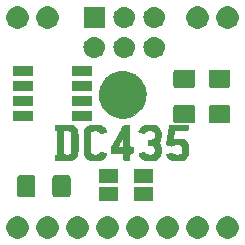
<source format=gbr>
G04 #@! TF.GenerationSoftware,KiCad,Pcbnew,(5.1.2-1)-1*
G04 #@! TF.CreationDate,2019-09-06T23:38:15-06:00*
G04 #@! TF.ProjectId,DC435,44433433-352e-46b6-9963-61645f706362,rev?*
G04 #@! TF.SameCoordinates,Original*
G04 #@! TF.FileFunction,Soldermask,Bot*
G04 #@! TF.FilePolarity,Negative*
%FSLAX46Y46*%
G04 Gerber Fmt 4.6, Leading zero omitted, Abs format (unit mm)*
G04 Created by KiCad (PCBNEW (5.1.2-1)-1) date 2019-09-06 23:38:15*
%MOMM*%
%LPD*%
G04 APERTURE LIST*
%ADD10C,0.010000*%
%ADD11C,0.100000*%
G04 APERTURE END LIST*
D10*
G36*
X150165907Y-83464826D02*
G01*
X150415624Y-83516693D01*
X150668664Y-83604156D01*
X150911187Y-83718989D01*
X150952370Y-83744390D01*
X151010305Y-83784572D01*
X151078136Y-83834234D01*
X151149004Y-83888080D01*
X151216052Y-83940811D01*
X151272424Y-83987127D01*
X151311261Y-84021732D01*
X151325707Y-84039279D01*
X151337782Y-84058890D01*
X151368884Y-84097423D01*
X151404458Y-84137836D01*
X151470157Y-84212145D01*
X151521951Y-84277223D01*
X151567478Y-84344250D01*
X151614370Y-84424406D01*
X151666263Y-84521232D01*
X151762209Y-84724290D01*
X151831238Y-84914862D01*
X151871637Y-85088082D01*
X151875539Y-85115496D01*
X151880362Y-85179250D01*
X151882931Y-85270908D01*
X151883159Y-85380097D01*
X151880956Y-85496444D01*
X151879211Y-85546817D01*
X151869870Y-85708395D01*
X151854125Y-85843441D01*
X151828991Y-85963614D01*
X151791479Y-86080568D01*
X151738604Y-86205959D01*
X151678775Y-86329020D01*
X151629726Y-86423934D01*
X151587292Y-86499120D01*
X151544517Y-86564621D01*
X151494443Y-86630478D01*
X151430113Y-86706735D01*
X151369427Y-86775556D01*
X151185637Y-86953880D01*
X150974128Y-87106734D01*
X150734317Y-87234469D01*
X150465619Y-87337430D01*
X150386116Y-87361583D01*
X150311425Y-87380199D01*
X150231512Y-87393395D01*
X150136765Y-87402240D01*
X150017568Y-87407802D01*
X149954795Y-87409486D01*
X149837348Y-87411467D01*
X149748107Y-87410721D01*
X149676985Y-87406363D01*
X149613891Y-87397511D01*
X149548738Y-87383278D01*
X149494719Y-87369157D01*
X149244771Y-87291261D01*
X149027082Y-87201186D01*
X148836798Y-87096375D01*
X148669066Y-86974273D01*
X148564462Y-86879119D01*
X148381391Y-86676379D01*
X148231290Y-86462244D01*
X148111135Y-86231216D01*
X148017899Y-85977794D01*
X147970607Y-85799793D01*
X147939593Y-85595524D01*
X147934940Y-85375847D01*
X147955603Y-85152164D01*
X148000536Y-84935878D01*
X148067797Y-84740474D01*
X148167679Y-84527234D01*
X148268914Y-84350639D01*
X148372488Y-84208995D01*
X148387663Y-84191366D01*
X148439520Y-84131182D01*
X148480073Y-84081730D01*
X148503714Y-84049977D01*
X148507474Y-84042562D01*
X148521558Y-84026266D01*
X148559806Y-83991563D01*
X148616213Y-83943709D01*
X148678093Y-83893295D01*
X148893571Y-83743347D01*
X149127951Y-83621571D01*
X149374889Y-83530249D01*
X149628042Y-83471663D01*
X149881065Y-83448097D01*
X149916455Y-83447722D01*
X150165907Y-83464826D01*
X150165907Y-83464826D01*
G37*
X150165907Y-83464826D02*
X150415624Y-83516693D01*
X150668664Y-83604156D01*
X150911187Y-83718989D01*
X150952370Y-83744390D01*
X151010305Y-83784572D01*
X151078136Y-83834234D01*
X151149004Y-83888080D01*
X151216052Y-83940811D01*
X151272424Y-83987127D01*
X151311261Y-84021732D01*
X151325707Y-84039279D01*
X151337782Y-84058890D01*
X151368884Y-84097423D01*
X151404458Y-84137836D01*
X151470157Y-84212145D01*
X151521951Y-84277223D01*
X151567478Y-84344250D01*
X151614370Y-84424406D01*
X151666263Y-84521232D01*
X151762209Y-84724290D01*
X151831238Y-84914862D01*
X151871637Y-85088082D01*
X151875539Y-85115496D01*
X151880362Y-85179250D01*
X151882931Y-85270908D01*
X151883159Y-85380097D01*
X151880956Y-85496444D01*
X151879211Y-85546817D01*
X151869870Y-85708395D01*
X151854125Y-85843441D01*
X151828991Y-85963614D01*
X151791479Y-86080568D01*
X151738604Y-86205959D01*
X151678775Y-86329020D01*
X151629726Y-86423934D01*
X151587292Y-86499120D01*
X151544517Y-86564621D01*
X151494443Y-86630478D01*
X151430113Y-86706735D01*
X151369427Y-86775556D01*
X151185637Y-86953880D01*
X150974128Y-87106734D01*
X150734317Y-87234469D01*
X150465619Y-87337430D01*
X150386116Y-87361583D01*
X150311425Y-87380199D01*
X150231512Y-87393395D01*
X150136765Y-87402240D01*
X150017568Y-87407802D01*
X149954795Y-87409486D01*
X149837348Y-87411467D01*
X149748107Y-87410721D01*
X149676985Y-87406363D01*
X149613891Y-87397511D01*
X149548738Y-87383278D01*
X149494719Y-87369157D01*
X149244771Y-87291261D01*
X149027082Y-87201186D01*
X148836798Y-87096375D01*
X148669066Y-86974273D01*
X148564462Y-86879119D01*
X148381391Y-86676379D01*
X148231290Y-86462244D01*
X148111135Y-86231216D01*
X148017899Y-85977794D01*
X147970607Y-85799793D01*
X147939593Y-85595524D01*
X147934940Y-85375847D01*
X147955603Y-85152164D01*
X148000536Y-84935878D01*
X148067797Y-84740474D01*
X148167679Y-84527234D01*
X148268914Y-84350639D01*
X148372488Y-84208995D01*
X148387663Y-84191366D01*
X148439520Y-84131182D01*
X148480073Y-84081730D01*
X148503714Y-84049977D01*
X148507474Y-84042562D01*
X148521558Y-84026266D01*
X148559806Y-83991563D01*
X148616213Y-83943709D01*
X148678093Y-83893295D01*
X148893571Y-83743347D01*
X149127951Y-83621571D01*
X149374889Y-83530249D01*
X149628042Y-83471663D01*
X149881065Y-83448097D01*
X149916455Y-83447722D01*
X150165907Y-83464826D01*
G36*
X154617633Y-87990942D02*
G01*
X154671489Y-87990968D01*
X154862781Y-87991102D01*
X155019232Y-87991598D01*
X155144340Y-87992595D01*
X155241604Y-87994230D01*
X155314520Y-87996644D01*
X155366587Y-87999974D01*
X155401303Y-88004361D01*
X155422165Y-88009942D01*
X155432673Y-88016857D01*
X155435310Y-88021290D01*
X155442782Y-88060955D01*
X155446807Y-88124718D01*
X155447660Y-88202325D01*
X155445614Y-88283527D01*
X155440943Y-88358072D01*
X155433920Y-88415708D01*
X155424818Y-88446184D01*
X155423942Y-88447209D01*
X155404367Y-88454689D01*
X155360447Y-88460555D01*
X155289409Y-88464923D01*
X155188478Y-88467911D01*
X155054883Y-88469635D01*
X154885849Y-88470212D01*
X154878044Y-88470213D01*
X154355150Y-88470213D01*
X154323497Y-88518522D01*
X154298703Y-88572675D01*
X154275029Y-88652028D01*
X154255442Y-88743481D01*
X154242904Y-88833940D01*
X154239921Y-88887772D01*
X154232234Y-88959422D01*
X154214212Y-89029105D01*
X154210493Y-89038679D01*
X154190656Y-89086638D01*
X154184439Y-89112290D01*
X154192012Y-89129232D01*
X154211862Y-89149372D01*
X154228601Y-89160442D01*
X154256991Y-89168510D01*
X154302442Y-89174013D01*
X154370364Y-89177387D01*
X154466166Y-89179068D01*
X154585294Y-89179496D01*
X154709095Y-89179758D01*
X154801878Y-89181084D01*
X154870966Y-89184289D01*
X154923680Y-89190184D01*
X154967341Y-89199582D01*
X155009271Y-89213297D01*
X155055771Y-89231721D01*
X155198861Y-89308049D01*
X155312280Y-89408006D01*
X155397331Y-89533153D01*
X155455315Y-89685047D01*
X155464364Y-89721318D01*
X155475323Y-89795292D01*
X155482316Y-89897108D01*
X155485464Y-90016620D01*
X155484887Y-90143678D01*
X155480704Y-90268134D01*
X155473036Y-90379840D01*
X155462003Y-90468647D01*
X155455141Y-90501763D01*
X155400508Y-90647062D01*
X155316707Y-90768575D01*
X155202845Y-90867187D01*
X155058029Y-90943782D01*
X154981088Y-90971766D01*
X154921451Y-90989877D01*
X154867752Y-91002747D01*
X154811532Y-91011220D01*
X154744333Y-91016138D01*
X154657699Y-91018345D01*
X154543172Y-91018683D01*
X154511428Y-91018583D01*
X154386547Y-91017482D01*
X154291966Y-91014741D01*
X154219654Y-91009582D01*
X154161581Y-91001225D01*
X154109717Y-90988892D01*
X154066719Y-90975445D01*
X153929273Y-90919846D01*
X153822777Y-90854725D01*
X153746966Y-90783777D01*
X153705562Y-90727719D01*
X153666509Y-90660500D01*
X153634674Y-90592584D01*
X153614930Y-90534435D01*
X153612145Y-90496515D01*
X153612618Y-90495124D01*
X153637354Y-90473433D01*
X153684400Y-90456636D01*
X153696693Y-90454280D01*
X153766844Y-90437617D01*
X153835014Y-90413649D01*
X153836426Y-90413029D01*
X153897037Y-90393068D01*
X153971594Y-90377324D01*
X154001396Y-90373359D01*
X154062700Y-90369557D01*
X154098823Y-90376109D01*
X154122170Y-90395796D01*
X154126256Y-90401352D01*
X154160118Y-90436250D01*
X154209546Y-90473684D01*
X154220078Y-90480356D01*
X154252895Y-90497784D01*
X154289031Y-90509465D01*
X154336766Y-90516495D01*
X154404378Y-90519972D01*
X154500147Y-90520993D01*
X154526795Y-90520996D01*
X154630141Y-90520180D01*
X154703759Y-90517189D01*
X154756248Y-90510840D01*
X154796206Y-90499951D01*
X154832233Y-90483338D01*
X154842733Y-90477530D01*
X154895432Y-90440284D01*
X154935278Y-90399197D01*
X154943092Y-90386788D01*
X154952840Y-90347709D01*
X154960223Y-90279887D01*
X154965129Y-90192852D01*
X154967448Y-90096136D01*
X154967067Y-89999269D01*
X154963876Y-89911781D01*
X154957764Y-89843203D01*
X154949862Y-89806016D01*
X154922637Y-89764251D01*
X154878252Y-89721141D01*
X154868390Y-89713712D01*
X154841607Y-89696155D01*
X154813936Y-89683818D01*
X154778292Y-89675784D01*
X154727589Y-89671138D01*
X154654742Y-89668963D01*
X154552663Y-89668345D01*
X154517210Y-89668326D01*
X154406407Y-89668544D01*
X154326829Y-89669897D01*
X154271363Y-89673438D01*
X154232896Y-89680220D01*
X154204313Y-89691293D01*
X154178500Y-89707712D01*
X154160759Y-89721043D01*
X154112335Y-89753248D01*
X154072040Y-89771898D01*
X154061666Y-89773760D01*
X154018393Y-89767962D01*
X153950335Y-89752610D01*
X153868912Y-89730765D01*
X153785544Y-89705491D01*
X153712078Y-89680012D01*
X153654950Y-89655596D01*
X153625007Y-89632258D01*
X153612508Y-89600757D01*
X153610162Y-89583316D01*
X153612592Y-89528035D01*
X153625836Y-89459639D01*
X153633683Y-89432694D01*
X153650067Y-89369479D01*
X153666410Y-89284625D01*
X153679589Y-89194710D01*
X153681359Y-89179496D01*
X153694061Y-89083461D01*
X153710600Y-88982890D01*
X153727588Y-88898214D01*
X153729052Y-88891949D01*
X153745149Y-88811088D01*
X153756259Y-88730401D01*
X153759537Y-88681081D01*
X153766153Y-88608497D01*
X153781763Y-88527623D01*
X153789556Y-88498968D01*
X153805348Y-88433782D01*
X153821125Y-88346770D01*
X153834001Y-88254338D01*
X153836342Y-88233128D01*
X153841571Y-88174012D01*
X153846138Y-88125324D01*
X153853509Y-88086058D01*
X153867148Y-88055211D01*
X153890520Y-88031777D01*
X153927088Y-88014752D01*
X153980318Y-88003132D01*
X154053672Y-87995912D01*
X154150617Y-87992087D01*
X154274616Y-87990654D01*
X154429133Y-87990607D01*
X154617633Y-87990942D01*
X154617633Y-87990942D01*
G37*
X154617633Y-87990942D02*
X154671489Y-87990968D01*
X154862781Y-87991102D01*
X155019232Y-87991598D01*
X155144340Y-87992595D01*
X155241604Y-87994230D01*
X155314520Y-87996644D01*
X155366587Y-87999974D01*
X155401303Y-88004361D01*
X155422165Y-88009942D01*
X155432673Y-88016857D01*
X155435310Y-88021290D01*
X155442782Y-88060955D01*
X155446807Y-88124718D01*
X155447660Y-88202325D01*
X155445614Y-88283527D01*
X155440943Y-88358072D01*
X155433920Y-88415708D01*
X155424818Y-88446184D01*
X155423942Y-88447209D01*
X155404367Y-88454689D01*
X155360447Y-88460555D01*
X155289409Y-88464923D01*
X155188478Y-88467911D01*
X155054883Y-88469635D01*
X154885849Y-88470212D01*
X154878044Y-88470213D01*
X154355150Y-88470213D01*
X154323497Y-88518522D01*
X154298703Y-88572675D01*
X154275029Y-88652028D01*
X154255442Y-88743481D01*
X154242904Y-88833940D01*
X154239921Y-88887772D01*
X154232234Y-88959422D01*
X154214212Y-89029105D01*
X154210493Y-89038679D01*
X154190656Y-89086638D01*
X154184439Y-89112290D01*
X154192012Y-89129232D01*
X154211862Y-89149372D01*
X154228601Y-89160442D01*
X154256991Y-89168510D01*
X154302442Y-89174013D01*
X154370364Y-89177387D01*
X154466166Y-89179068D01*
X154585294Y-89179496D01*
X154709095Y-89179758D01*
X154801878Y-89181084D01*
X154870966Y-89184289D01*
X154923680Y-89190184D01*
X154967341Y-89199582D01*
X155009271Y-89213297D01*
X155055771Y-89231721D01*
X155198861Y-89308049D01*
X155312280Y-89408006D01*
X155397331Y-89533153D01*
X155455315Y-89685047D01*
X155464364Y-89721318D01*
X155475323Y-89795292D01*
X155482316Y-89897108D01*
X155485464Y-90016620D01*
X155484887Y-90143678D01*
X155480704Y-90268134D01*
X155473036Y-90379840D01*
X155462003Y-90468647D01*
X155455141Y-90501763D01*
X155400508Y-90647062D01*
X155316707Y-90768575D01*
X155202845Y-90867187D01*
X155058029Y-90943782D01*
X154981088Y-90971766D01*
X154921451Y-90989877D01*
X154867752Y-91002747D01*
X154811532Y-91011220D01*
X154744333Y-91016138D01*
X154657699Y-91018345D01*
X154543172Y-91018683D01*
X154511428Y-91018583D01*
X154386547Y-91017482D01*
X154291966Y-91014741D01*
X154219654Y-91009582D01*
X154161581Y-91001225D01*
X154109717Y-90988892D01*
X154066719Y-90975445D01*
X153929273Y-90919846D01*
X153822777Y-90854725D01*
X153746966Y-90783777D01*
X153705562Y-90727719D01*
X153666509Y-90660500D01*
X153634674Y-90592584D01*
X153614930Y-90534435D01*
X153612145Y-90496515D01*
X153612618Y-90495124D01*
X153637354Y-90473433D01*
X153684400Y-90456636D01*
X153696693Y-90454280D01*
X153766844Y-90437617D01*
X153835014Y-90413649D01*
X153836426Y-90413029D01*
X153897037Y-90393068D01*
X153971594Y-90377324D01*
X154001396Y-90373359D01*
X154062700Y-90369557D01*
X154098823Y-90376109D01*
X154122170Y-90395796D01*
X154126256Y-90401352D01*
X154160118Y-90436250D01*
X154209546Y-90473684D01*
X154220078Y-90480356D01*
X154252895Y-90497784D01*
X154289031Y-90509465D01*
X154336766Y-90516495D01*
X154404378Y-90519972D01*
X154500147Y-90520993D01*
X154526795Y-90520996D01*
X154630141Y-90520180D01*
X154703759Y-90517189D01*
X154756248Y-90510840D01*
X154796206Y-90499951D01*
X154832233Y-90483338D01*
X154842733Y-90477530D01*
X154895432Y-90440284D01*
X154935278Y-90399197D01*
X154943092Y-90386788D01*
X154952840Y-90347709D01*
X154960223Y-90279887D01*
X154965129Y-90192852D01*
X154967448Y-90096136D01*
X154967067Y-89999269D01*
X154963876Y-89911781D01*
X154957764Y-89843203D01*
X154949862Y-89806016D01*
X154922637Y-89764251D01*
X154878252Y-89721141D01*
X154868390Y-89713712D01*
X154841607Y-89696155D01*
X154813936Y-89683818D01*
X154778292Y-89675784D01*
X154727589Y-89671138D01*
X154654742Y-89668963D01*
X154552663Y-89668345D01*
X154517210Y-89668326D01*
X154406407Y-89668544D01*
X154326829Y-89669897D01*
X154271363Y-89673438D01*
X154232896Y-89680220D01*
X154204313Y-89691293D01*
X154178500Y-89707712D01*
X154160759Y-89721043D01*
X154112335Y-89753248D01*
X154072040Y-89771898D01*
X154061666Y-89773760D01*
X154018393Y-89767962D01*
X153950335Y-89752610D01*
X153868912Y-89730765D01*
X153785544Y-89705491D01*
X153712078Y-89680012D01*
X153654950Y-89655596D01*
X153625007Y-89632258D01*
X153612508Y-89600757D01*
X153610162Y-89583316D01*
X153612592Y-89528035D01*
X153625836Y-89459639D01*
X153633683Y-89432694D01*
X153650067Y-89369479D01*
X153666410Y-89284625D01*
X153679589Y-89194710D01*
X153681359Y-89179496D01*
X153694061Y-89083461D01*
X153710600Y-88982890D01*
X153727588Y-88898214D01*
X153729052Y-88891949D01*
X153745149Y-88811088D01*
X153756259Y-88730401D01*
X153759537Y-88681081D01*
X153766153Y-88608497D01*
X153781763Y-88527623D01*
X153789556Y-88498968D01*
X153805348Y-88433782D01*
X153821125Y-88346770D01*
X153834001Y-88254338D01*
X153836342Y-88233128D01*
X153841571Y-88174012D01*
X153846138Y-88125324D01*
X153853509Y-88086058D01*
X153867148Y-88055211D01*
X153890520Y-88031777D01*
X153927088Y-88014752D01*
X153980318Y-88003132D01*
X154053672Y-87995912D01*
X154150617Y-87992087D01*
X154274616Y-87990654D01*
X154429133Y-87990607D01*
X154617633Y-87990942D01*
G36*
X152423225Y-87996061D02*
G01*
X152580794Y-88012740D01*
X152711608Y-88043103D01*
X152820866Y-88089250D01*
X152913763Y-88153278D01*
X152995496Y-88237287D01*
X153058945Y-88324250D01*
X153105612Y-88412256D01*
X153137960Y-88515079D01*
X153156959Y-88638511D01*
X153163578Y-88788343D01*
X153160594Y-88931515D01*
X153153613Y-89059423D01*
X153143446Y-89156908D01*
X153127889Y-89231872D01*
X153104743Y-89292220D01*
X153071805Y-89345856D01*
X153031323Y-89395657D01*
X152990503Y-89445651D01*
X152962764Y-89486549D01*
X152954870Y-89505787D01*
X152967551Y-89531279D01*
X153000228Y-89572409D01*
X153031165Y-89605358D01*
X153079262Y-89662209D01*
X153117365Y-89722644D01*
X153129897Y-89751669D01*
X153142685Y-89813925D01*
X153152295Y-89904830D01*
X153158613Y-90014813D01*
X153161525Y-90134307D01*
X153160916Y-90253743D01*
X153156673Y-90363550D01*
X153148681Y-90454162D01*
X153138936Y-90508633D01*
X153082796Y-90648776D01*
X152994741Y-90771998D01*
X152879016Y-90874125D01*
X152739866Y-90950984D01*
X152660182Y-90979424D01*
X152601155Y-90995247D01*
X152542761Y-91006355D01*
X152476526Y-91013482D01*
X152393979Y-91017361D01*
X152286647Y-91018725D01*
X152207248Y-91018644D01*
X152083350Y-91017515D01*
X151989670Y-91014735D01*
X151918097Y-91009500D01*
X151860517Y-91001007D01*
X151808820Y-90988453D01*
X151766342Y-90974979D01*
X151629174Y-90918400D01*
X151521090Y-90848767D01*
X151433213Y-90758385D01*
X151356663Y-90639558D01*
X151337741Y-90603492D01*
X151300208Y-90518919D01*
X151288572Y-90458946D01*
X151304510Y-90418450D01*
X151349700Y-90392312D01*
X151411701Y-90377669D01*
X151473892Y-90364016D01*
X151551026Y-90342911D01*
X151599402Y-90327780D01*
X151677199Y-90306579D01*
X151732491Y-90306628D01*
X151776433Y-90330823D01*
X151820181Y-90382062D01*
X151822861Y-90385804D01*
X151866996Y-90439657D01*
X151915138Y-90477457D01*
X151974940Y-90501816D01*
X152054054Y-90515346D01*
X152160134Y-90520661D01*
X152219095Y-90521067D01*
X152320062Y-90520118D01*
X152391683Y-90516740D01*
X152442936Y-90509648D01*
X152482799Y-90497558D01*
X152520247Y-90479184D01*
X152523186Y-90477530D01*
X152573533Y-90444472D01*
X152608379Y-90407114D01*
X152630468Y-90357907D01*
X152642541Y-90289306D01*
X152647342Y-90193764D01*
X152647871Y-90134442D01*
X152646544Y-90024371D01*
X152640758Y-89944894D01*
X152628338Y-89888336D01*
X152607107Y-89847019D01*
X152574887Y-89813267D01*
X152551667Y-89795127D01*
X152515879Y-89772970D01*
X152474082Y-89757854D01*
X152416672Y-89747619D01*
X152334045Y-89740111D01*
X152295569Y-89737617D01*
X152101814Y-89725836D01*
X152101814Y-89265760D01*
X152303978Y-89256175D01*
X152397519Y-89250815D01*
X152461877Y-89243938D01*
X152506204Y-89233533D01*
X152539653Y-89217590D01*
X152565766Y-89198666D01*
X152598223Y-89170202D01*
X152620761Y-89140970D01*
X152635189Y-89103537D01*
X152643313Y-89050471D01*
X152646941Y-88974337D01*
X152647882Y-88867704D01*
X152647892Y-88860987D01*
X152647156Y-88764426D01*
X152643853Y-88697854D01*
X152636761Y-88652944D01*
X152624657Y-88621367D01*
X152609377Y-88598616D01*
X152547327Y-88546904D01*
X152457313Y-88507483D01*
X152348143Y-88481795D01*
X152228628Y-88471286D01*
X152107575Y-88477401D01*
X152002107Y-88499043D01*
X151927390Y-88529642D01*
X151866869Y-88577482D01*
X151834401Y-88614062D01*
X151783206Y-88667780D01*
X151733521Y-88695275D01*
X151675531Y-88698231D01*
X151599420Y-88678333D01*
X151555474Y-88661911D01*
X151487193Y-88639623D01*
X151422239Y-88625795D01*
X151395655Y-88623572D01*
X151330714Y-88611747D01*
X151294122Y-88577860D01*
X151287097Y-88545026D01*
X151299910Y-88488429D01*
X151334495Y-88414492D01*
X151385068Y-88332533D01*
X151445846Y-88251871D01*
X151511045Y-88181823D01*
X151514567Y-88178534D01*
X151588549Y-88117328D01*
X151665918Y-88070322D01*
X151752900Y-88035892D01*
X151855722Y-88012414D01*
X151980611Y-87998264D01*
X152133793Y-87991818D01*
X152233706Y-87990968D01*
X152423225Y-87996061D01*
X152423225Y-87996061D01*
G37*
X152423225Y-87996061D02*
X152580794Y-88012740D01*
X152711608Y-88043103D01*
X152820866Y-88089250D01*
X152913763Y-88153278D01*
X152995496Y-88237287D01*
X153058945Y-88324250D01*
X153105612Y-88412256D01*
X153137960Y-88515079D01*
X153156959Y-88638511D01*
X153163578Y-88788343D01*
X153160594Y-88931515D01*
X153153613Y-89059423D01*
X153143446Y-89156908D01*
X153127889Y-89231872D01*
X153104743Y-89292220D01*
X153071805Y-89345856D01*
X153031323Y-89395657D01*
X152990503Y-89445651D01*
X152962764Y-89486549D01*
X152954870Y-89505787D01*
X152967551Y-89531279D01*
X153000228Y-89572409D01*
X153031165Y-89605358D01*
X153079262Y-89662209D01*
X153117365Y-89722644D01*
X153129897Y-89751669D01*
X153142685Y-89813925D01*
X153152295Y-89904830D01*
X153158613Y-90014813D01*
X153161525Y-90134307D01*
X153160916Y-90253743D01*
X153156673Y-90363550D01*
X153148681Y-90454162D01*
X153138936Y-90508633D01*
X153082796Y-90648776D01*
X152994741Y-90771998D01*
X152879016Y-90874125D01*
X152739866Y-90950984D01*
X152660182Y-90979424D01*
X152601155Y-90995247D01*
X152542761Y-91006355D01*
X152476526Y-91013482D01*
X152393979Y-91017361D01*
X152286647Y-91018725D01*
X152207248Y-91018644D01*
X152083350Y-91017515D01*
X151989670Y-91014735D01*
X151918097Y-91009500D01*
X151860517Y-91001007D01*
X151808820Y-90988453D01*
X151766342Y-90974979D01*
X151629174Y-90918400D01*
X151521090Y-90848767D01*
X151433213Y-90758385D01*
X151356663Y-90639558D01*
X151337741Y-90603492D01*
X151300208Y-90518919D01*
X151288572Y-90458946D01*
X151304510Y-90418450D01*
X151349700Y-90392312D01*
X151411701Y-90377669D01*
X151473892Y-90364016D01*
X151551026Y-90342911D01*
X151599402Y-90327780D01*
X151677199Y-90306579D01*
X151732491Y-90306628D01*
X151776433Y-90330823D01*
X151820181Y-90382062D01*
X151822861Y-90385804D01*
X151866996Y-90439657D01*
X151915138Y-90477457D01*
X151974940Y-90501816D01*
X152054054Y-90515346D01*
X152160134Y-90520661D01*
X152219095Y-90521067D01*
X152320062Y-90520118D01*
X152391683Y-90516740D01*
X152442936Y-90509648D01*
X152482799Y-90497558D01*
X152520247Y-90479184D01*
X152523186Y-90477530D01*
X152573533Y-90444472D01*
X152608379Y-90407114D01*
X152630468Y-90357907D01*
X152642541Y-90289306D01*
X152647342Y-90193764D01*
X152647871Y-90134442D01*
X152646544Y-90024371D01*
X152640758Y-89944894D01*
X152628338Y-89888336D01*
X152607107Y-89847019D01*
X152574887Y-89813267D01*
X152551667Y-89795127D01*
X152515879Y-89772970D01*
X152474082Y-89757854D01*
X152416672Y-89747619D01*
X152334045Y-89740111D01*
X152295569Y-89737617D01*
X152101814Y-89725836D01*
X152101814Y-89265760D01*
X152303978Y-89256175D01*
X152397519Y-89250815D01*
X152461877Y-89243938D01*
X152506204Y-89233533D01*
X152539653Y-89217590D01*
X152565766Y-89198666D01*
X152598223Y-89170202D01*
X152620761Y-89140970D01*
X152635189Y-89103537D01*
X152643313Y-89050471D01*
X152646941Y-88974337D01*
X152647882Y-88867704D01*
X152647892Y-88860987D01*
X152647156Y-88764426D01*
X152643853Y-88697854D01*
X152636761Y-88652944D01*
X152624657Y-88621367D01*
X152609377Y-88598616D01*
X152547327Y-88546904D01*
X152457313Y-88507483D01*
X152348143Y-88481795D01*
X152228628Y-88471286D01*
X152107575Y-88477401D01*
X152002107Y-88499043D01*
X151927390Y-88529642D01*
X151866869Y-88577482D01*
X151834401Y-88614062D01*
X151783206Y-88667780D01*
X151733521Y-88695275D01*
X151675531Y-88698231D01*
X151599420Y-88678333D01*
X151555474Y-88661911D01*
X151487193Y-88639623D01*
X151422239Y-88625795D01*
X151395655Y-88623572D01*
X151330714Y-88611747D01*
X151294122Y-88577860D01*
X151287097Y-88545026D01*
X151299910Y-88488429D01*
X151334495Y-88414492D01*
X151385068Y-88332533D01*
X151445846Y-88251871D01*
X151511045Y-88181823D01*
X151514567Y-88178534D01*
X151588549Y-88117328D01*
X151665918Y-88070322D01*
X151752900Y-88035892D01*
X151855722Y-88012414D01*
X151980611Y-87998264D01*
X152133793Y-87991818D01*
X152233706Y-87990968D01*
X152423225Y-87996061D01*
G36*
X150359530Y-87992458D02*
G01*
X150437704Y-87996587D01*
X150490406Y-88002840D01*
X150510669Y-88010056D01*
X150513034Y-88032566D01*
X150515173Y-88089542D01*
X150517043Y-88177112D01*
X150518601Y-88291402D01*
X150519803Y-88428541D01*
X150520605Y-88584655D01*
X150520964Y-88755872D01*
X150520873Y-88920109D01*
X150520545Y-89128047D01*
X150520462Y-89301036D01*
X150520760Y-89442467D01*
X150521574Y-89555732D01*
X150523041Y-89644221D01*
X150525297Y-89711324D01*
X150528477Y-89760433D01*
X150532718Y-89794939D01*
X150538154Y-89818233D01*
X150544922Y-89833705D01*
X150553159Y-89844746D01*
X150558131Y-89849927D01*
X150599894Y-89876875D01*
X150661309Y-89887971D01*
X150692158Y-89888779D01*
X150754839Y-89892450D01*
X150790601Y-89905811D01*
X150807177Y-89925858D01*
X150817431Y-89964411D01*
X150823963Y-90027669D01*
X150826853Y-90105085D01*
X150826181Y-90186115D01*
X150822026Y-90260212D01*
X150814467Y-90316832D01*
X150804018Y-90345021D01*
X150772703Y-90358183D01*
X150717999Y-90366508D01*
X150680783Y-90368024D01*
X150621987Y-90369695D01*
X150579454Y-90378244D01*
X150550637Y-90398976D01*
X150532985Y-90437195D01*
X150523952Y-90498206D01*
X150520989Y-90587315D01*
X150521444Y-90699709D01*
X150522044Y-90808068D01*
X150520841Y-90884487D01*
X150517150Y-90935350D01*
X150510285Y-90967041D01*
X150499564Y-90985944D01*
X150489815Y-90994682D01*
X150450777Y-91008260D01*
X150377111Y-91016561D01*
X150267232Y-91019750D01*
X150248938Y-91019798D01*
X150156922Y-91019220D01*
X150095781Y-91016610D01*
X150058059Y-91010658D01*
X150036297Y-91000051D01*
X150023038Y-90983476D01*
X150020942Y-90979688D01*
X150011440Y-90939709D01*
X150005871Y-90864228D01*
X150004366Y-90755894D01*
X150005563Y-90672070D01*
X150007391Y-90562152D01*
X150006740Y-90484657D01*
X150003152Y-90433719D01*
X149996168Y-90403474D01*
X149985329Y-90388058D01*
X149983222Y-90386586D01*
X149956821Y-90381641D01*
X149897440Y-90377206D01*
X149810436Y-90373469D01*
X149701165Y-90370618D01*
X149574986Y-90368841D01*
X149463223Y-90368318D01*
X149311478Y-90367987D01*
X149193738Y-90367022D01*
X149105670Y-90365160D01*
X149042941Y-90362136D01*
X149001219Y-90357687D01*
X148976172Y-90351550D01*
X148963465Y-90343461D01*
X148960016Y-90337702D01*
X148953503Y-90299821D01*
X148949684Y-90234347D01*
X148948389Y-90151652D01*
X148949449Y-90062106D01*
X148952696Y-89976081D01*
X148957961Y-89903947D01*
X148965075Y-89856076D01*
X148968005Y-89846895D01*
X148990554Y-89801738D01*
X148994039Y-89795461D01*
X149547552Y-89795461D01*
X149550317Y-89844536D01*
X149565648Y-89865775D01*
X149597118Y-89878048D01*
X149655505Y-89885978D01*
X149730202Y-89889663D01*
X149810603Y-89889200D01*
X149886100Y-89884687D01*
X149946088Y-89876222D01*
X149979959Y-89863902D01*
X149981954Y-89861947D01*
X149991469Y-89830479D01*
X149999302Y-89761539D01*
X150005391Y-89655961D01*
X150009676Y-89514577D01*
X150010457Y-89473758D01*
X150011909Y-89317795D01*
X150009807Y-89198550D01*
X150003513Y-89114511D01*
X149992392Y-89064168D01*
X149975805Y-89046010D01*
X149953115Y-89058525D01*
X149923685Y-89100203D01*
X149886877Y-89169533D01*
X149884340Y-89174704D01*
X149846221Y-89249860D01*
X149796987Y-89343043D01*
X149744713Y-89439086D01*
X149720195Y-89483023D01*
X149678897Y-89557334D01*
X149645693Y-89619092D01*
X149624523Y-89660841D01*
X149618897Y-89674721D01*
X149607897Y-89697319D01*
X149581925Y-89734213D01*
X149580984Y-89735421D01*
X149547552Y-89795461D01*
X148994039Y-89795461D01*
X149022019Y-89745065D01*
X149030307Y-89730970D01*
X149056331Y-89686513D01*
X149096492Y-89616940D01*
X149146076Y-89530515D01*
X149200366Y-89435506D01*
X149254647Y-89340178D01*
X149304204Y-89252800D01*
X149344320Y-89181635D01*
X149369766Y-89135893D01*
X149392311Y-89095397D01*
X149428537Y-89031131D01*
X149474944Y-88949232D01*
X149528030Y-88855839D01*
X149584293Y-88757087D01*
X149640231Y-88659116D01*
X149692343Y-88568063D01*
X149737127Y-88490064D01*
X149771081Y-88431258D01*
X149790704Y-88397783D01*
X149793313Y-88393534D01*
X149815856Y-88354418D01*
X149835385Y-88316855D01*
X149856274Y-88278092D01*
X149890607Y-88217998D01*
X149931846Y-88147964D01*
X149942643Y-88129949D01*
X150026259Y-87990968D01*
X150262565Y-87990968D01*
X150359530Y-87992458D01*
X150359530Y-87992458D01*
G37*
X150359530Y-87992458D02*
X150437704Y-87996587D01*
X150490406Y-88002840D01*
X150510669Y-88010056D01*
X150513034Y-88032566D01*
X150515173Y-88089542D01*
X150517043Y-88177112D01*
X150518601Y-88291402D01*
X150519803Y-88428541D01*
X150520605Y-88584655D01*
X150520964Y-88755872D01*
X150520873Y-88920109D01*
X150520545Y-89128047D01*
X150520462Y-89301036D01*
X150520760Y-89442467D01*
X150521574Y-89555732D01*
X150523041Y-89644221D01*
X150525297Y-89711324D01*
X150528477Y-89760433D01*
X150532718Y-89794939D01*
X150538154Y-89818233D01*
X150544922Y-89833705D01*
X150553159Y-89844746D01*
X150558131Y-89849927D01*
X150599894Y-89876875D01*
X150661309Y-89887971D01*
X150692158Y-89888779D01*
X150754839Y-89892450D01*
X150790601Y-89905811D01*
X150807177Y-89925858D01*
X150817431Y-89964411D01*
X150823963Y-90027669D01*
X150826853Y-90105085D01*
X150826181Y-90186115D01*
X150822026Y-90260212D01*
X150814467Y-90316832D01*
X150804018Y-90345021D01*
X150772703Y-90358183D01*
X150717999Y-90366508D01*
X150680783Y-90368024D01*
X150621987Y-90369695D01*
X150579454Y-90378244D01*
X150550637Y-90398976D01*
X150532985Y-90437195D01*
X150523952Y-90498206D01*
X150520989Y-90587315D01*
X150521444Y-90699709D01*
X150522044Y-90808068D01*
X150520841Y-90884487D01*
X150517150Y-90935350D01*
X150510285Y-90967041D01*
X150499564Y-90985944D01*
X150489815Y-90994682D01*
X150450777Y-91008260D01*
X150377111Y-91016561D01*
X150267232Y-91019750D01*
X150248938Y-91019798D01*
X150156922Y-91019220D01*
X150095781Y-91016610D01*
X150058059Y-91010658D01*
X150036297Y-91000051D01*
X150023038Y-90983476D01*
X150020942Y-90979688D01*
X150011440Y-90939709D01*
X150005871Y-90864228D01*
X150004366Y-90755894D01*
X150005563Y-90672070D01*
X150007391Y-90562152D01*
X150006740Y-90484657D01*
X150003152Y-90433719D01*
X149996168Y-90403474D01*
X149985329Y-90388058D01*
X149983222Y-90386586D01*
X149956821Y-90381641D01*
X149897440Y-90377206D01*
X149810436Y-90373469D01*
X149701165Y-90370618D01*
X149574986Y-90368841D01*
X149463223Y-90368318D01*
X149311478Y-90367987D01*
X149193738Y-90367022D01*
X149105670Y-90365160D01*
X149042941Y-90362136D01*
X149001219Y-90357687D01*
X148976172Y-90351550D01*
X148963465Y-90343461D01*
X148960016Y-90337702D01*
X148953503Y-90299821D01*
X148949684Y-90234347D01*
X148948389Y-90151652D01*
X148949449Y-90062106D01*
X148952696Y-89976081D01*
X148957961Y-89903947D01*
X148965075Y-89856076D01*
X148968005Y-89846895D01*
X148990554Y-89801738D01*
X148994039Y-89795461D01*
X149547552Y-89795461D01*
X149550317Y-89844536D01*
X149565648Y-89865775D01*
X149597118Y-89878048D01*
X149655505Y-89885978D01*
X149730202Y-89889663D01*
X149810603Y-89889200D01*
X149886100Y-89884687D01*
X149946088Y-89876222D01*
X149979959Y-89863902D01*
X149981954Y-89861947D01*
X149991469Y-89830479D01*
X149999302Y-89761539D01*
X150005391Y-89655961D01*
X150009676Y-89514577D01*
X150010457Y-89473758D01*
X150011909Y-89317795D01*
X150009807Y-89198550D01*
X150003513Y-89114511D01*
X149992392Y-89064168D01*
X149975805Y-89046010D01*
X149953115Y-89058525D01*
X149923685Y-89100203D01*
X149886877Y-89169533D01*
X149884340Y-89174704D01*
X149846221Y-89249860D01*
X149796987Y-89343043D01*
X149744713Y-89439086D01*
X149720195Y-89483023D01*
X149678897Y-89557334D01*
X149645693Y-89619092D01*
X149624523Y-89660841D01*
X149618897Y-89674721D01*
X149607897Y-89697319D01*
X149581925Y-89734213D01*
X149580984Y-89735421D01*
X149547552Y-89795461D01*
X148994039Y-89795461D01*
X149022019Y-89745065D01*
X149030307Y-89730970D01*
X149056331Y-89686513D01*
X149096492Y-89616940D01*
X149146076Y-89530515D01*
X149200366Y-89435506D01*
X149254647Y-89340178D01*
X149304204Y-89252800D01*
X149344320Y-89181635D01*
X149369766Y-89135893D01*
X149392311Y-89095397D01*
X149428537Y-89031131D01*
X149474944Y-88949232D01*
X149528030Y-88855839D01*
X149584293Y-88757087D01*
X149640231Y-88659116D01*
X149692343Y-88568063D01*
X149737127Y-88490064D01*
X149771081Y-88431258D01*
X149790704Y-88397783D01*
X149793313Y-88393534D01*
X149815856Y-88354418D01*
X149835385Y-88316855D01*
X149856274Y-88278092D01*
X149890607Y-88217998D01*
X149931846Y-88147964D01*
X149942643Y-88129949D01*
X150026259Y-87990968D01*
X150262565Y-87990968D01*
X150359530Y-87992458D01*
G36*
X147637567Y-87993785D02*
G01*
X147770878Y-87998846D01*
X147892670Y-88008325D01*
X147993165Y-88022067D01*
X148046904Y-88034532D01*
X148195518Y-88098487D01*
X148320230Y-88192149D01*
X148419851Y-88314342D01*
X148493193Y-88463885D01*
X148500416Y-88484330D01*
X148516578Y-88550540D01*
X148507292Y-88592654D01*
X148468069Y-88617913D01*
X148409251Y-88631313D01*
X148344828Y-88646026D01*
X148287665Y-88666019D01*
X148280217Y-88669555D01*
X148229454Y-88688277D01*
X148162961Y-88704393D01*
X148139352Y-88708386D01*
X148083876Y-88714695D01*
X148050933Y-88708216D01*
X148025196Y-88682195D01*
X148002978Y-88648292D01*
X147964848Y-88592561D01*
X147928368Y-88555786D01*
X147880613Y-88527996D01*
X147810801Y-88500008D01*
X147747077Y-88481418D01*
X147676725Y-88472736D01*
X147586284Y-88472612D01*
X147552009Y-88474104D01*
X147416472Y-88489515D01*
X147312038Y-88521508D01*
X147234425Y-88571911D01*
X147186689Y-88630031D01*
X147176851Y-88647035D01*
X147168761Y-88665664D01*
X147162247Y-88689613D01*
X147157140Y-88722579D01*
X147153268Y-88768259D01*
X147150461Y-88830348D01*
X147148547Y-88912543D01*
X147147357Y-89018540D01*
X147146719Y-89152036D01*
X147146463Y-89316727D01*
X147146418Y-89501757D01*
X147146478Y-89699013D01*
X147146773Y-89861635D01*
X147147468Y-89993329D01*
X147148733Y-90097799D01*
X147150734Y-90178752D01*
X147153639Y-90239892D01*
X147157617Y-90284926D01*
X147162833Y-90317559D01*
X147169457Y-90341496D01*
X147177657Y-90360443D01*
X147185948Y-90375323D01*
X147225194Y-90431463D01*
X147270855Y-90471591D01*
X147329800Y-90498160D01*
X147408900Y-90513623D01*
X147515027Y-90520431D01*
X147595128Y-90521383D01*
X147694367Y-90521003D01*
X147763733Y-90518866D01*
X147811688Y-90513469D01*
X147846697Y-90503315D01*
X147877225Y-90486903D01*
X147907082Y-90466109D01*
X147958652Y-90420062D01*
X147998648Y-90369216D01*
X148008133Y-90351090D01*
X148028770Y-90314447D01*
X148057581Y-90295781D01*
X148101933Y-90294333D01*
X148169193Y-90309344D01*
X148230582Y-90328181D01*
X148304965Y-90350393D01*
X148376342Y-90368743D01*
X148414491Y-90376613D01*
X148474822Y-90391928D01*
X148506425Y-90417620D01*
X148512589Y-90460992D01*
X148496608Y-90529350D01*
X148491073Y-90546575D01*
X148425596Y-90685433D01*
X148328832Y-90804899D01*
X148204487Y-90901248D01*
X148076153Y-90963595D01*
X148030291Y-90979334D01*
X147983983Y-90991010D01*
X147930107Y-90999370D01*
X147861537Y-91005163D01*
X147771149Y-91009134D01*
X147651819Y-91012033D01*
X147606493Y-91012853D01*
X147480907Y-91014804D01*
X147386368Y-91015270D01*
X147315588Y-91013572D01*
X147261283Y-91009031D01*
X147216166Y-91000967D01*
X147172954Y-90988700D01*
X147124359Y-90971551D01*
X147111145Y-90966656D01*
X146975796Y-90898008D01*
X146853421Y-90800792D01*
X146753068Y-90683331D01*
X146697224Y-90585923D01*
X146648002Y-90478410D01*
X146648002Y-88545737D01*
X146697607Y-88426503D01*
X146775540Y-88286172D01*
X146881466Y-88171868D01*
X147014738Y-88084131D01*
X147174712Y-88023497D01*
X147184757Y-88020834D01*
X147266334Y-88006667D01*
X147375515Y-87997540D01*
X147502519Y-87993298D01*
X147637567Y-87993785D01*
X147637567Y-87993785D01*
G37*
X147637567Y-87993785D02*
X147770878Y-87998846D01*
X147892670Y-88008325D01*
X147993165Y-88022067D01*
X148046904Y-88034532D01*
X148195518Y-88098487D01*
X148320230Y-88192149D01*
X148419851Y-88314342D01*
X148493193Y-88463885D01*
X148500416Y-88484330D01*
X148516578Y-88550540D01*
X148507292Y-88592654D01*
X148468069Y-88617913D01*
X148409251Y-88631313D01*
X148344828Y-88646026D01*
X148287665Y-88666019D01*
X148280217Y-88669555D01*
X148229454Y-88688277D01*
X148162961Y-88704393D01*
X148139352Y-88708386D01*
X148083876Y-88714695D01*
X148050933Y-88708216D01*
X148025196Y-88682195D01*
X148002978Y-88648292D01*
X147964848Y-88592561D01*
X147928368Y-88555786D01*
X147880613Y-88527996D01*
X147810801Y-88500008D01*
X147747077Y-88481418D01*
X147676725Y-88472736D01*
X147586284Y-88472612D01*
X147552009Y-88474104D01*
X147416472Y-88489515D01*
X147312038Y-88521508D01*
X147234425Y-88571911D01*
X147186689Y-88630031D01*
X147176851Y-88647035D01*
X147168761Y-88665664D01*
X147162247Y-88689613D01*
X147157140Y-88722579D01*
X147153268Y-88768259D01*
X147150461Y-88830348D01*
X147148547Y-88912543D01*
X147147357Y-89018540D01*
X147146719Y-89152036D01*
X147146463Y-89316727D01*
X147146418Y-89501757D01*
X147146478Y-89699013D01*
X147146773Y-89861635D01*
X147147468Y-89993329D01*
X147148733Y-90097799D01*
X147150734Y-90178752D01*
X147153639Y-90239892D01*
X147157617Y-90284926D01*
X147162833Y-90317559D01*
X147169457Y-90341496D01*
X147177657Y-90360443D01*
X147185948Y-90375323D01*
X147225194Y-90431463D01*
X147270855Y-90471591D01*
X147329800Y-90498160D01*
X147408900Y-90513623D01*
X147515027Y-90520431D01*
X147595128Y-90521383D01*
X147694367Y-90521003D01*
X147763733Y-90518866D01*
X147811688Y-90513469D01*
X147846697Y-90503315D01*
X147877225Y-90486903D01*
X147907082Y-90466109D01*
X147958652Y-90420062D01*
X147998648Y-90369216D01*
X148008133Y-90351090D01*
X148028770Y-90314447D01*
X148057581Y-90295781D01*
X148101933Y-90294333D01*
X148169193Y-90309344D01*
X148230582Y-90328181D01*
X148304965Y-90350393D01*
X148376342Y-90368743D01*
X148414491Y-90376613D01*
X148474822Y-90391928D01*
X148506425Y-90417620D01*
X148512589Y-90460992D01*
X148496608Y-90529350D01*
X148491073Y-90546575D01*
X148425596Y-90685433D01*
X148328832Y-90804899D01*
X148204487Y-90901248D01*
X148076153Y-90963595D01*
X148030291Y-90979334D01*
X147983983Y-90991010D01*
X147930107Y-90999370D01*
X147861537Y-91005163D01*
X147771149Y-91009134D01*
X147651819Y-91012033D01*
X147606493Y-91012853D01*
X147480907Y-91014804D01*
X147386368Y-91015270D01*
X147315588Y-91013572D01*
X147261283Y-91009031D01*
X147216166Y-91000967D01*
X147172954Y-90988700D01*
X147124359Y-90971551D01*
X147111145Y-90966656D01*
X146975796Y-90898008D01*
X146853421Y-90800792D01*
X146753068Y-90683331D01*
X146697224Y-90585923D01*
X146648002Y-90478410D01*
X146648002Y-88545737D01*
X146697607Y-88426503D01*
X146775540Y-88286172D01*
X146881466Y-88171868D01*
X147014738Y-88084131D01*
X147174712Y-88023497D01*
X147184757Y-88020834D01*
X147266334Y-88006667D01*
X147375515Y-87997540D01*
X147502519Y-87993298D01*
X147637567Y-87993785D01*
G36*
X145054850Y-87991044D02*
G01*
X145190730Y-87991481D01*
X145298099Y-87992595D01*
X145381869Y-87994699D01*
X145446955Y-87998110D01*
X145498271Y-88003140D01*
X145540729Y-88010106D01*
X145579245Y-88019321D01*
X145618731Y-88031100D01*
X145645196Y-88039615D01*
X145797592Y-88102757D01*
X145918056Y-88184295D01*
X146009909Y-88287557D01*
X146076474Y-88415872D01*
X146103685Y-88498968D01*
X146110528Y-88543986D01*
X146116437Y-88622484D01*
X146121415Y-88729611D01*
X146125461Y-88860518D01*
X146128577Y-89010356D01*
X146130763Y-89174276D01*
X146132021Y-89347428D01*
X146132351Y-89524963D01*
X146131754Y-89702031D01*
X146130232Y-89873784D01*
X146127785Y-90035372D01*
X146124414Y-90181946D01*
X146120120Y-90308655D01*
X146114904Y-90410652D01*
X146108767Y-90483087D01*
X146103298Y-90516106D01*
X146049365Y-90655177D01*
X145966852Y-90771657D01*
X145854208Y-90866991D01*
X145709881Y-90942626D01*
X145606021Y-90979585D01*
X145566148Y-90991042D01*
X145526551Y-91000093D01*
X145482245Y-91007012D01*
X145428243Y-91012075D01*
X145359560Y-91015556D01*
X145271208Y-91017730D01*
X145158202Y-91018872D01*
X145015555Y-91019257D01*
X144887153Y-91019215D01*
X144711517Y-91018395D01*
X144560989Y-91016367D01*
X144438313Y-91013220D01*
X144346235Y-91009042D01*
X144287498Y-91003922D01*
X144266153Y-90999093D01*
X144250757Y-90984852D01*
X144240835Y-90958814D01*
X144235266Y-90913666D01*
X144232927Y-90842095D01*
X144232606Y-90780592D01*
X144235272Y-90672352D01*
X144244361Y-90597242D01*
X144261514Y-90550351D01*
X144288370Y-90526770D01*
X144319153Y-90521383D01*
X144348869Y-90507014D01*
X144375293Y-90478778D01*
X144382186Y-90465114D01*
X144387946Y-90443372D01*
X144392671Y-90410341D01*
X144396456Y-90362812D01*
X144399399Y-90297573D01*
X144401595Y-90211414D01*
X144403142Y-90101126D01*
X144404136Y-89963497D01*
X144404673Y-89795318D01*
X144404851Y-89593377D01*
X144404849Y-89566403D01*
X144901235Y-89566403D01*
X144901852Y-89735565D01*
X144903104Y-89898430D01*
X144904989Y-90050533D01*
X144907506Y-90187411D01*
X144910654Y-90304601D01*
X144914433Y-90397640D01*
X144918842Y-90462065D01*
X144923878Y-90493412D01*
X144924838Y-90495181D01*
X144945628Y-90507015D01*
X144988261Y-90514977D01*
X145057843Y-90519578D01*
X145159481Y-90521329D01*
X145186389Y-90521383D01*
X145290048Y-90520639D01*
X145363567Y-90517691D01*
X145415130Y-90511468D01*
X145452918Y-90500895D01*
X145485117Y-90484899D01*
X145490773Y-90481471D01*
X145519029Y-90464261D01*
X145542558Y-90448348D01*
X145561791Y-90430266D01*
X145577160Y-90406550D01*
X145589097Y-90373734D01*
X145598034Y-90328353D01*
X145604403Y-90266940D01*
X145608636Y-90186030D01*
X145611165Y-90082158D01*
X145612422Y-89951858D01*
X145612838Y-89791664D01*
X145612847Y-89598112D01*
X145612833Y-89502186D01*
X145612833Y-88644879D01*
X145568715Y-88593589D01*
X145499746Y-88537066D01*
X145403859Y-88498233D01*
X145278198Y-88476264D01*
X145140727Y-88470229D01*
X145042012Y-88471918D01*
X144976081Y-88477451D01*
X144937513Y-88487498D01*
X144924391Y-88496954D01*
X144919254Y-88521955D01*
X144914760Y-88580826D01*
X144910909Y-88669106D01*
X144907699Y-88782330D01*
X144905130Y-88916035D01*
X144903200Y-89065758D01*
X144901908Y-89227036D01*
X144901253Y-89395405D01*
X144901235Y-89566403D01*
X144404849Y-89566403D01*
X144404841Y-89496325D01*
X144404431Y-89301579D01*
X144403370Y-89120947D01*
X144401722Y-88957913D01*
X144399550Y-88815960D01*
X144396919Y-88698573D01*
X144393892Y-88609235D01*
X144390534Y-88551429D01*
X144387080Y-88528870D01*
X144358687Y-88502461D01*
X144312331Y-88474352D01*
X144305902Y-88471225D01*
X144242191Y-88441187D01*
X144236706Y-88242838D01*
X144236146Y-88133372D01*
X144241357Y-88058318D01*
X144252213Y-88019367D01*
X144253431Y-88017729D01*
X144265945Y-88010078D01*
X144291883Y-88003971D01*
X144334940Y-87999251D01*
X144398809Y-87995761D01*
X144487184Y-87993346D01*
X144603760Y-87991849D01*
X144752231Y-87991114D01*
X144885543Y-87990968D01*
X145054850Y-87991044D01*
X145054850Y-87991044D01*
G37*
X145054850Y-87991044D02*
X145190730Y-87991481D01*
X145298099Y-87992595D01*
X145381869Y-87994699D01*
X145446955Y-87998110D01*
X145498271Y-88003140D01*
X145540729Y-88010106D01*
X145579245Y-88019321D01*
X145618731Y-88031100D01*
X145645196Y-88039615D01*
X145797592Y-88102757D01*
X145918056Y-88184295D01*
X146009909Y-88287557D01*
X146076474Y-88415872D01*
X146103685Y-88498968D01*
X146110528Y-88543986D01*
X146116437Y-88622484D01*
X146121415Y-88729611D01*
X146125461Y-88860518D01*
X146128577Y-89010356D01*
X146130763Y-89174276D01*
X146132021Y-89347428D01*
X146132351Y-89524963D01*
X146131754Y-89702031D01*
X146130232Y-89873784D01*
X146127785Y-90035372D01*
X146124414Y-90181946D01*
X146120120Y-90308655D01*
X146114904Y-90410652D01*
X146108767Y-90483087D01*
X146103298Y-90516106D01*
X146049365Y-90655177D01*
X145966852Y-90771657D01*
X145854208Y-90866991D01*
X145709881Y-90942626D01*
X145606021Y-90979585D01*
X145566148Y-90991042D01*
X145526551Y-91000093D01*
X145482245Y-91007012D01*
X145428243Y-91012075D01*
X145359560Y-91015556D01*
X145271208Y-91017730D01*
X145158202Y-91018872D01*
X145015555Y-91019257D01*
X144887153Y-91019215D01*
X144711517Y-91018395D01*
X144560989Y-91016367D01*
X144438313Y-91013220D01*
X144346235Y-91009042D01*
X144287498Y-91003922D01*
X144266153Y-90999093D01*
X144250757Y-90984852D01*
X144240835Y-90958814D01*
X144235266Y-90913666D01*
X144232927Y-90842095D01*
X144232606Y-90780592D01*
X144235272Y-90672352D01*
X144244361Y-90597242D01*
X144261514Y-90550351D01*
X144288370Y-90526770D01*
X144319153Y-90521383D01*
X144348869Y-90507014D01*
X144375293Y-90478778D01*
X144382186Y-90465114D01*
X144387946Y-90443372D01*
X144392671Y-90410341D01*
X144396456Y-90362812D01*
X144399399Y-90297573D01*
X144401595Y-90211414D01*
X144403142Y-90101126D01*
X144404136Y-89963497D01*
X144404673Y-89795318D01*
X144404851Y-89593377D01*
X144404849Y-89566403D01*
X144901235Y-89566403D01*
X144901852Y-89735565D01*
X144903104Y-89898430D01*
X144904989Y-90050533D01*
X144907506Y-90187411D01*
X144910654Y-90304601D01*
X144914433Y-90397640D01*
X144918842Y-90462065D01*
X144923878Y-90493412D01*
X144924838Y-90495181D01*
X144945628Y-90507015D01*
X144988261Y-90514977D01*
X145057843Y-90519578D01*
X145159481Y-90521329D01*
X145186389Y-90521383D01*
X145290048Y-90520639D01*
X145363567Y-90517691D01*
X145415130Y-90511468D01*
X145452918Y-90500895D01*
X145485117Y-90484899D01*
X145490773Y-90481471D01*
X145519029Y-90464261D01*
X145542558Y-90448348D01*
X145561791Y-90430266D01*
X145577160Y-90406550D01*
X145589097Y-90373734D01*
X145598034Y-90328353D01*
X145604403Y-90266940D01*
X145608636Y-90186030D01*
X145611165Y-90082158D01*
X145612422Y-89951858D01*
X145612838Y-89791664D01*
X145612847Y-89598112D01*
X145612833Y-89502186D01*
X145612833Y-88644879D01*
X145568715Y-88593589D01*
X145499746Y-88537066D01*
X145403859Y-88498233D01*
X145278198Y-88476264D01*
X145140727Y-88470229D01*
X145042012Y-88471918D01*
X144976081Y-88477451D01*
X144937513Y-88487498D01*
X144924391Y-88496954D01*
X144919254Y-88521955D01*
X144914760Y-88580826D01*
X144910909Y-88669106D01*
X144907699Y-88782330D01*
X144905130Y-88916035D01*
X144903200Y-89065758D01*
X144901908Y-89227036D01*
X144901253Y-89395405D01*
X144901235Y-89566403D01*
X144404849Y-89566403D01*
X144404841Y-89496325D01*
X144404431Y-89301579D01*
X144403370Y-89120947D01*
X144401722Y-88957913D01*
X144399550Y-88815960D01*
X144396919Y-88698573D01*
X144393892Y-88609235D01*
X144390534Y-88551429D01*
X144387080Y-88528870D01*
X144358687Y-88502461D01*
X144312331Y-88474352D01*
X144305902Y-88471225D01*
X144242191Y-88441187D01*
X144236706Y-88242838D01*
X144236146Y-88133372D01*
X144241357Y-88058318D01*
X144252213Y-88019367D01*
X144253431Y-88017729D01*
X144265945Y-88010078D01*
X144291883Y-88003971D01*
X144334940Y-87999251D01*
X144398809Y-87995761D01*
X144487184Y-87993346D01*
X144603760Y-87991849D01*
X144752231Y-87991114D01*
X144885543Y-87990968D01*
X145054850Y-87991044D01*
D11*
G36*
X159100387Y-95793923D02*
G01*
X159271455Y-95864782D01*
X159271457Y-95864783D01*
X159348958Y-95916568D01*
X159425414Y-95967654D01*
X159556346Y-96098586D01*
X159659218Y-96252545D01*
X159730077Y-96423613D01*
X159766200Y-96605217D01*
X159766200Y-96790383D01*
X159730077Y-96971987D01*
X159659218Y-97143055D01*
X159659217Y-97143057D01*
X159556345Y-97297015D01*
X159425415Y-97427945D01*
X159271457Y-97530817D01*
X159271456Y-97530818D01*
X159271455Y-97530818D01*
X159100387Y-97601677D01*
X158918783Y-97637800D01*
X158733617Y-97637800D01*
X158552013Y-97601677D01*
X158380945Y-97530818D01*
X158380944Y-97530818D01*
X158380943Y-97530817D01*
X158226985Y-97427945D01*
X158096055Y-97297015D01*
X157993183Y-97143057D01*
X157993182Y-97143055D01*
X157922323Y-96971987D01*
X157886200Y-96790383D01*
X157886200Y-96605217D01*
X157922323Y-96423613D01*
X157993182Y-96252545D01*
X158096054Y-96098586D01*
X158226986Y-95967654D01*
X158303442Y-95916568D01*
X158380943Y-95864783D01*
X158380945Y-95864782D01*
X158552013Y-95793923D01*
X158733617Y-95757800D01*
X158918783Y-95757800D01*
X159100387Y-95793923D01*
X159100387Y-95793923D01*
G37*
G36*
X156560387Y-95793923D02*
G01*
X156731455Y-95864782D01*
X156731457Y-95864783D01*
X156808958Y-95916568D01*
X156885414Y-95967654D01*
X157016346Y-96098586D01*
X157119218Y-96252545D01*
X157190077Y-96423613D01*
X157226200Y-96605217D01*
X157226200Y-96790383D01*
X157190077Y-96971987D01*
X157119218Y-97143055D01*
X157119217Y-97143057D01*
X157016345Y-97297015D01*
X156885415Y-97427945D01*
X156731457Y-97530817D01*
X156731456Y-97530818D01*
X156731455Y-97530818D01*
X156560387Y-97601677D01*
X156378783Y-97637800D01*
X156193617Y-97637800D01*
X156012013Y-97601677D01*
X155840945Y-97530818D01*
X155840944Y-97530818D01*
X155840943Y-97530817D01*
X155686985Y-97427945D01*
X155556055Y-97297015D01*
X155453183Y-97143057D01*
X155453182Y-97143055D01*
X155382323Y-96971987D01*
X155346200Y-96790383D01*
X155346200Y-96605217D01*
X155382323Y-96423613D01*
X155453182Y-96252545D01*
X155556054Y-96098586D01*
X155686986Y-95967654D01*
X155763442Y-95916568D01*
X155840943Y-95864783D01*
X155840945Y-95864782D01*
X156012013Y-95793923D01*
X156193617Y-95757800D01*
X156378783Y-95757800D01*
X156560387Y-95793923D01*
X156560387Y-95793923D01*
G37*
G36*
X154020387Y-95793923D02*
G01*
X154191455Y-95864782D01*
X154191457Y-95864783D01*
X154268958Y-95916568D01*
X154345414Y-95967654D01*
X154476346Y-96098586D01*
X154579218Y-96252545D01*
X154650077Y-96423613D01*
X154686200Y-96605217D01*
X154686200Y-96790383D01*
X154650077Y-96971987D01*
X154579218Y-97143055D01*
X154579217Y-97143057D01*
X154476345Y-97297015D01*
X154345415Y-97427945D01*
X154191457Y-97530817D01*
X154191456Y-97530818D01*
X154191455Y-97530818D01*
X154020387Y-97601677D01*
X153838783Y-97637800D01*
X153653617Y-97637800D01*
X153472013Y-97601677D01*
X153300945Y-97530818D01*
X153300944Y-97530818D01*
X153300943Y-97530817D01*
X153146985Y-97427945D01*
X153016055Y-97297015D01*
X152913183Y-97143057D01*
X152913182Y-97143055D01*
X152842323Y-96971987D01*
X152806200Y-96790383D01*
X152806200Y-96605217D01*
X152842323Y-96423613D01*
X152913182Y-96252545D01*
X153016054Y-96098586D01*
X153146986Y-95967654D01*
X153223442Y-95916568D01*
X153300943Y-95864783D01*
X153300945Y-95864782D01*
X153472013Y-95793923D01*
X153653617Y-95757800D01*
X153838783Y-95757800D01*
X154020387Y-95793923D01*
X154020387Y-95793923D01*
G37*
G36*
X151480387Y-95793923D02*
G01*
X151651455Y-95864782D01*
X151651457Y-95864783D01*
X151728958Y-95916568D01*
X151805414Y-95967654D01*
X151936346Y-96098586D01*
X152039218Y-96252545D01*
X152110077Y-96423613D01*
X152146200Y-96605217D01*
X152146200Y-96790383D01*
X152110077Y-96971987D01*
X152039218Y-97143055D01*
X152039217Y-97143057D01*
X151936345Y-97297015D01*
X151805415Y-97427945D01*
X151651457Y-97530817D01*
X151651456Y-97530818D01*
X151651455Y-97530818D01*
X151480387Y-97601677D01*
X151298783Y-97637800D01*
X151113617Y-97637800D01*
X150932013Y-97601677D01*
X150760945Y-97530818D01*
X150760944Y-97530818D01*
X150760943Y-97530817D01*
X150606985Y-97427945D01*
X150476055Y-97297015D01*
X150373183Y-97143057D01*
X150373182Y-97143055D01*
X150302323Y-96971987D01*
X150266200Y-96790383D01*
X150266200Y-96605217D01*
X150302323Y-96423613D01*
X150373182Y-96252545D01*
X150476054Y-96098586D01*
X150606986Y-95967654D01*
X150683442Y-95916568D01*
X150760943Y-95864783D01*
X150760945Y-95864782D01*
X150932013Y-95793923D01*
X151113617Y-95757800D01*
X151298783Y-95757800D01*
X151480387Y-95793923D01*
X151480387Y-95793923D01*
G37*
G36*
X148940387Y-95793923D02*
G01*
X149111455Y-95864782D01*
X149111457Y-95864783D01*
X149188958Y-95916568D01*
X149265414Y-95967654D01*
X149396346Y-96098586D01*
X149499218Y-96252545D01*
X149570077Y-96423613D01*
X149606200Y-96605217D01*
X149606200Y-96790383D01*
X149570077Y-96971987D01*
X149499218Y-97143055D01*
X149499217Y-97143057D01*
X149396345Y-97297015D01*
X149265415Y-97427945D01*
X149111457Y-97530817D01*
X149111456Y-97530818D01*
X149111455Y-97530818D01*
X148940387Y-97601677D01*
X148758783Y-97637800D01*
X148573617Y-97637800D01*
X148392013Y-97601677D01*
X148220945Y-97530818D01*
X148220944Y-97530818D01*
X148220943Y-97530817D01*
X148066985Y-97427945D01*
X147936055Y-97297015D01*
X147833183Y-97143057D01*
X147833182Y-97143055D01*
X147762323Y-96971987D01*
X147726200Y-96790383D01*
X147726200Y-96605217D01*
X147762323Y-96423613D01*
X147833182Y-96252545D01*
X147936054Y-96098586D01*
X148066986Y-95967654D01*
X148143442Y-95916568D01*
X148220943Y-95864783D01*
X148220945Y-95864782D01*
X148392013Y-95793923D01*
X148573617Y-95757800D01*
X148758783Y-95757800D01*
X148940387Y-95793923D01*
X148940387Y-95793923D01*
G37*
G36*
X146400387Y-95793923D02*
G01*
X146571455Y-95864782D01*
X146571457Y-95864783D01*
X146648958Y-95916568D01*
X146725414Y-95967654D01*
X146856346Y-96098586D01*
X146959218Y-96252545D01*
X147030077Y-96423613D01*
X147066200Y-96605217D01*
X147066200Y-96790383D01*
X147030077Y-96971987D01*
X146959218Y-97143055D01*
X146959217Y-97143057D01*
X146856345Y-97297015D01*
X146725415Y-97427945D01*
X146571457Y-97530817D01*
X146571456Y-97530818D01*
X146571455Y-97530818D01*
X146400387Y-97601677D01*
X146218783Y-97637800D01*
X146033617Y-97637800D01*
X145852013Y-97601677D01*
X145680945Y-97530818D01*
X145680944Y-97530818D01*
X145680943Y-97530817D01*
X145526985Y-97427945D01*
X145396055Y-97297015D01*
X145293183Y-97143057D01*
X145293182Y-97143055D01*
X145222323Y-96971987D01*
X145186200Y-96790383D01*
X145186200Y-96605217D01*
X145222323Y-96423613D01*
X145293182Y-96252545D01*
X145396054Y-96098586D01*
X145526986Y-95967654D01*
X145603442Y-95916568D01*
X145680943Y-95864783D01*
X145680945Y-95864782D01*
X145852013Y-95793923D01*
X146033617Y-95757800D01*
X146218783Y-95757800D01*
X146400387Y-95793923D01*
X146400387Y-95793923D01*
G37*
G36*
X143860387Y-95793923D02*
G01*
X144031455Y-95864782D01*
X144031457Y-95864783D01*
X144108958Y-95916568D01*
X144185414Y-95967654D01*
X144316346Y-96098586D01*
X144419218Y-96252545D01*
X144490077Y-96423613D01*
X144526200Y-96605217D01*
X144526200Y-96790383D01*
X144490077Y-96971987D01*
X144419218Y-97143055D01*
X144419217Y-97143057D01*
X144316345Y-97297015D01*
X144185415Y-97427945D01*
X144031457Y-97530817D01*
X144031456Y-97530818D01*
X144031455Y-97530818D01*
X143860387Y-97601677D01*
X143678783Y-97637800D01*
X143493617Y-97637800D01*
X143312013Y-97601677D01*
X143140945Y-97530818D01*
X143140944Y-97530818D01*
X143140943Y-97530817D01*
X142986985Y-97427945D01*
X142856055Y-97297015D01*
X142753183Y-97143057D01*
X142753182Y-97143055D01*
X142682323Y-96971987D01*
X142646200Y-96790383D01*
X142646200Y-96605217D01*
X142682323Y-96423613D01*
X142753182Y-96252545D01*
X142856054Y-96098586D01*
X142986986Y-95967654D01*
X143063442Y-95916568D01*
X143140943Y-95864783D01*
X143140945Y-95864782D01*
X143312013Y-95793923D01*
X143493617Y-95757800D01*
X143678783Y-95757800D01*
X143860387Y-95793923D01*
X143860387Y-95793923D01*
G37*
G36*
X141320387Y-95793923D02*
G01*
X141491455Y-95864782D01*
X141491457Y-95864783D01*
X141568958Y-95916568D01*
X141645414Y-95967654D01*
X141776346Y-96098586D01*
X141879218Y-96252545D01*
X141950077Y-96423613D01*
X141986200Y-96605217D01*
X141986200Y-96790383D01*
X141950077Y-96971987D01*
X141879218Y-97143055D01*
X141879217Y-97143057D01*
X141776345Y-97297015D01*
X141645415Y-97427945D01*
X141491457Y-97530817D01*
X141491456Y-97530818D01*
X141491455Y-97530818D01*
X141320387Y-97601677D01*
X141138783Y-97637800D01*
X140953617Y-97637800D01*
X140772013Y-97601677D01*
X140600945Y-97530818D01*
X140600944Y-97530818D01*
X140600943Y-97530817D01*
X140446985Y-97427945D01*
X140316055Y-97297015D01*
X140213183Y-97143057D01*
X140213182Y-97143055D01*
X140142323Y-96971987D01*
X140106200Y-96790383D01*
X140106200Y-96605217D01*
X140142323Y-96423613D01*
X140213182Y-96252545D01*
X140316054Y-96098586D01*
X140446986Y-95967654D01*
X140523442Y-95916568D01*
X140600943Y-95864783D01*
X140600945Y-95864782D01*
X140772013Y-95793923D01*
X140953617Y-95757800D01*
X141138783Y-95757800D01*
X141320387Y-95793923D01*
X141320387Y-95793923D01*
G37*
G36*
X152526760Y-94442000D02*
G01*
X150924760Y-94442000D01*
X150924760Y-93240000D01*
X152526760Y-93240000D01*
X152526760Y-94442000D01*
X152526760Y-94442000D01*
G37*
G36*
X149526760Y-94442000D02*
G01*
X147924760Y-94442000D01*
X147924760Y-93240000D01*
X149526760Y-93240000D01*
X149526760Y-94442000D01*
X149526760Y-94442000D01*
G37*
G36*
X145381962Y-92286021D02*
G01*
X145416881Y-92296614D01*
X145449063Y-92313816D01*
X145477273Y-92336967D01*
X145500424Y-92365177D01*
X145517626Y-92397359D01*
X145528219Y-92432278D01*
X145532400Y-92474735D01*
X145532400Y-93940945D01*
X145528219Y-93983402D01*
X145517626Y-94018321D01*
X145500424Y-94050503D01*
X145477273Y-94078713D01*
X145449063Y-94101864D01*
X145416881Y-94119066D01*
X145381962Y-94129659D01*
X145339505Y-94133840D01*
X144198295Y-94133840D01*
X144155838Y-94129659D01*
X144120919Y-94119066D01*
X144088737Y-94101864D01*
X144060527Y-94078713D01*
X144037376Y-94050503D01*
X144020174Y-94018321D01*
X144009581Y-93983402D01*
X144005400Y-93940945D01*
X144005400Y-92474735D01*
X144009581Y-92432278D01*
X144020174Y-92397359D01*
X144037376Y-92365177D01*
X144060527Y-92336967D01*
X144088737Y-92313816D01*
X144120919Y-92296614D01*
X144155838Y-92286021D01*
X144198295Y-92281840D01*
X145339505Y-92281840D01*
X145381962Y-92286021D01*
X145381962Y-92286021D01*
G37*
G36*
X142406962Y-92286021D02*
G01*
X142441881Y-92296614D01*
X142474063Y-92313816D01*
X142502273Y-92336967D01*
X142525424Y-92365177D01*
X142542626Y-92397359D01*
X142553219Y-92432278D01*
X142557400Y-92474735D01*
X142557400Y-93940945D01*
X142553219Y-93983402D01*
X142542626Y-94018321D01*
X142525424Y-94050503D01*
X142502273Y-94078713D01*
X142474063Y-94101864D01*
X142441881Y-94119066D01*
X142406962Y-94129659D01*
X142364505Y-94133840D01*
X141223295Y-94133840D01*
X141180838Y-94129659D01*
X141145919Y-94119066D01*
X141113737Y-94101864D01*
X141085527Y-94078713D01*
X141062376Y-94050503D01*
X141045174Y-94018321D01*
X141034581Y-93983402D01*
X141030400Y-93940945D01*
X141030400Y-92474735D01*
X141034581Y-92432278D01*
X141045174Y-92397359D01*
X141062376Y-92365177D01*
X141085527Y-92336967D01*
X141113737Y-92313816D01*
X141145919Y-92296614D01*
X141180838Y-92286021D01*
X141223295Y-92281840D01*
X142364505Y-92281840D01*
X142406962Y-92286021D01*
X142406962Y-92286021D01*
G37*
G36*
X149526760Y-92942000D02*
G01*
X147924760Y-92942000D01*
X147924760Y-91740000D01*
X149526760Y-91740000D01*
X149526760Y-92942000D01*
X149526760Y-92942000D01*
G37*
G36*
X152526760Y-92942000D02*
G01*
X150924760Y-92942000D01*
X150924760Y-91740000D01*
X152526760Y-91740000D01*
X152526760Y-92942000D01*
X152526760Y-92942000D01*
G37*
G36*
X155939082Y-86326181D02*
G01*
X155974001Y-86336774D01*
X156006183Y-86353976D01*
X156034393Y-86377127D01*
X156057544Y-86405337D01*
X156074746Y-86437519D01*
X156085339Y-86472438D01*
X156089520Y-86514895D01*
X156089520Y-87656105D01*
X156085339Y-87698562D01*
X156074746Y-87733481D01*
X156057544Y-87765663D01*
X156034393Y-87793873D01*
X156006183Y-87817024D01*
X155974001Y-87834226D01*
X155939082Y-87844819D01*
X155896625Y-87849000D01*
X154430415Y-87849000D01*
X154387958Y-87844819D01*
X154353039Y-87834226D01*
X154320857Y-87817024D01*
X154292647Y-87793873D01*
X154269496Y-87765663D01*
X154252294Y-87733481D01*
X154241701Y-87698562D01*
X154237520Y-87656105D01*
X154237520Y-86514895D01*
X154241701Y-86472438D01*
X154252294Y-86437519D01*
X154269496Y-86405337D01*
X154292647Y-86377127D01*
X154320857Y-86353976D01*
X154353039Y-86336774D01*
X154387958Y-86326181D01*
X154430415Y-86322000D01*
X155896625Y-86322000D01*
X155939082Y-86326181D01*
X155939082Y-86326181D01*
G37*
G36*
X158921042Y-86326181D02*
G01*
X158955961Y-86336774D01*
X158988143Y-86353976D01*
X159016353Y-86377127D01*
X159039504Y-86405337D01*
X159056706Y-86437519D01*
X159067299Y-86472438D01*
X159071480Y-86514895D01*
X159071480Y-87656105D01*
X159067299Y-87698562D01*
X159056706Y-87733481D01*
X159039504Y-87765663D01*
X159016353Y-87793873D01*
X158988143Y-87817024D01*
X158955961Y-87834226D01*
X158921042Y-87844819D01*
X158878585Y-87849000D01*
X157412375Y-87849000D01*
X157369918Y-87844819D01*
X157334999Y-87834226D01*
X157302817Y-87817024D01*
X157274607Y-87793873D01*
X157251456Y-87765663D01*
X157234254Y-87733481D01*
X157223661Y-87698562D01*
X157219480Y-87656105D01*
X157219480Y-86514895D01*
X157223661Y-86472438D01*
X157234254Y-86437519D01*
X157251456Y-86405337D01*
X157274607Y-86377127D01*
X157302817Y-86353976D01*
X157334999Y-86336774D01*
X157369918Y-86326181D01*
X157412375Y-86322000D01*
X158878585Y-86322000D01*
X158921042Y-86326181D01*
X158921042Y-86326181D01*
G37*
G36*
X147323840Y-87644920D02*
G01*
X145621840Y-87644920D01*
X145621840Y-86842920D01*
X147323840Y-86842920D01*
X147323840Y-87644920D01*
X147323840Y-87644920D01*
G37*
G36*
X142393840Y-87644920D02*
G01*
X140691840Y-87644920D01*
X140691840Y-86842920D01*
X142393840Y-86842920D01*
X142393840Y-87644920D01*
X142393840Y-87644920D01*
G37*
G36*
X147323840Y-86374920D02*
G01*
X145621840Y-86374920D01*
X145621840Y-85572920D01*
X147323840Y-85572920D01*
X147323840Y-86374920D01*
X147323840Y-86374920D01*
G37*
G36*
X142393840Y-86374920D02*
G01*
X140691840Y-86374920D01*
X140691840Y-85572920D01*
X142393840Y-85572920D01*
X142393840Y-86374920D01*
X142393840Y-86374920D01*
G37*
G36*
X147323840Y-85104920D02*
G01*
X145621840Y-85104920D01*
X145621840Y-84302920D01*
X147323840Y-84302920D01*
X147323840Y-85104920D01*
X147323840Y-85104920D01*
G37*
G36*
X142393840Y-85104920D02*
G01*
X140691840Y-85104920D01*
X140691840Y-84302920D01*
X142393840Y-84302920D01*
X142393840Y-85104920D01*
X142393840Y-85104920D01*
G37*
G36*
X158921042Y-83351181D02*
G01*
X158955961Y-83361774D01*
X158988143Y-83378976D01*
X159016353Y-83402127D01*
X159039504Y-83430337D01*
X159056706Y-83462519D01*
X159067299Y-83497438D01*
X159071480Y-83539895D01*
X159071480Y-84681105D01*
X159067299Y-84723562D01*
X159056706Y-84758481D01*
X159039504Y-84790663D01*
X159016353Y-84818873D01*
X158988143Y-84842024D01*
X158955961Y-84859226D01*
X158921042Y-84869819D01*
X158878585Y-84874000D01*
X157412375Y-84874000D01*
X157369918Y-84869819D01*
X157334999Y-84859226D01*
X157302817Y-84842024D01*
X157274607Y-84818873D01*
X157251456Y-84790663D01*
X157234254Y-84758481D01*
X157223661Y-84723562D01*
X157219480Y-84681105D01*
X157219480Y-83539895D01*
X157223661Y-83497438D01*
X157234254Y-83462519D01*
X157251456Y-83430337D01*
X157274607Y-83402127D01*
X157302817Y-83378976D01*
X157334999Y-83361774D01*
X157369918Y-83351181D01*
X157412375Y-83347000D01*
X158878585Y-83347000D01*
X158921042Y-83351181D01*
X158921042Y-83351181D01*
G37*
G36*
X155939082Y-83351181D02*
G01*
X155974001Y-83361774D01*
X156006183Y-83378976D01*
X156034393Y-83402127D01*
X156057544Y-83430337D01*
X156074746Y-83462519D01*
X156085339Y-83497438D01*
X156089520Y-83539895D01*
X156089520Y-84681105D01*
X156085339Y-84723562D01*
X156074746Y-84758481D01*
X156057544Y-84790663D01*
X156034393Y-84818873D01*
X156006183Y-84842024D01*
X155974001Y-84859226D01*
X155939082Y-84869819D01*
X155896625Y-84874000D01*
X154430415Y-84874000D01*
X154387958Y-84869819D01*
X154353039Y-84859226D01*
X154320857Y-84842024D01*
X154292647Y-84818873D01*
X154269496Y-84790663D01*
X154252294Y-84758481D01*
X154241701Y-84723562D01*
X154237520Y-84681105D01*
X154237520Y-83539895D01*
X154241701Y-83497438D01*
X154252294Y-83462519D01*
X154269496Y-83430337D01*
X154292647Y-83402127D01*
X154320857Y-83378976D01*
X154353039Y-83361774D01*
X154387958Y-83351181D01*
X154430415Y-83347000D01*
X155896625Y-83347000D01*
X155939082Y-83351181D01*
X155939082Y-83351181D01*
G37*
G36*
X147323840Y-83834920D02*
G01*
X145621840Y-83834920D01*
X145621840Y-83032920D01*
X147323840Y-83032920D01*
X147323840Y-83834920D01*
X147323840Y-83834920D01*
G37*
G36*
X142393840Y-83834920D02*
G01*
X140691840Y-83834920D01*
X140691840Y-83032920D01*
X142393840Y-83032920D01*
X142393840Y-83834920D01*
X142393840Y-83834920D01*
G37*
G36*
X147643803Y-80558239D02*
G01*
X147709987Y-80564757D01*
X147879826Y-80616277D01*
X148036351Y-80699942D01*
X148072089Y-80729272D01*
X148173546Y-80812534D01*
X148256808Y-80913991D01*
X148286138Y-80949729D01*
X148369803Y-81106254D01*
X148421323Y-81276093D01*
X148438719Y-81452720D01*
X148421323Y-81629347D01*
X148369803Y-81799186D01*
X148286138Y-81955711D01*
X148256808Y-81991449D01*
X148173546Y-82092906D01*
X148072089Y-82176168D01*
X148036351Y-82205498D01*
X147879826Y-82289163D01*
X147709987Y-82340683D01*
X147643803Y-82347201D01*
X147577620Y-82353720D01*
X147489100Y-82353720D01*
X147422917Y-82347201D01*
X147356733Y-82340683D01*
X147186894Y-82289163D01*
X147030369Y-82205498D01*
X146994631Y-82176168D01*
X146893174Y-82092906D01*
X146809912Y-81991449D01*
X146780582Y-81955711D01*
X146696917Y-81799186D01*
X146645397Y-81629347D01*
X146628001Y-81452720D01*
X146645397Y-81276093D01*
X146696917Y-81106254D01*
X146780582Y-80949729D01*
X146809912Y-80913991D01*
X146893174Y-80812534D01*
X146994631Y-80729272D01*
X147030369Y-80699942D01*
X147186894Y-80616277D01*
X147356733Y-80564757D01*
X147422917Y-80558239D01*
X147489100Y-80551720D01*
X147577620Y-80551720D01*
X147643803Y-80558239D01*
X147643803Y-80558239D01*
G37*
G36*
X150183803Y-80558239D02*
G01*
X150249987Y-80564757D01*
X150419826Y-80616277D01*
X150576351Y-80699942D01*
X150612089Y-80729272D01*
X150713546Y-80812534D01*
X150796808Y-80913991D01*
X150826138Y-80949729D01*
X150909803Y-81106254D01*
X150961323Y-81276093D01*
X150978719Y-81452720D01*
X150961323Y-81629347D01*
X150909803Y-81799186D01*
X150826138Y-81955711D01*
X150796808Y-81991449D01*
X150713546Y-82092906D01*
X150612089Y-82176168D01*
X150576351Y-82205498D01*
X150419826Y-82289163D01*
X150249987Y-82340683D01*
X150183803Y-82347201D01*
X150117620Y-82353720D01*
X150029100Y-82353720D01*
X149962917Y-82347201D01*
X149896733Y-82340683D01*
X149726894Y-82289163D01*
X149570369Y-82205498D01*
X149534631Y-82176168D01*
X149433174Y-82092906D01*
X149349912Y-81991449D01*
X149320582Y-81955711D01*
X149236917Y-81799186D01*
X149185397Y-81629347D01*
X149168001Y-81452720D01*
X149185397Y-81276093D01*
X149236917Y-81106254D01*
X149320582Y-80949729D01*
X149349912Y-80913991D01*
X149433174Y-80812534D01*
X149534631Y-80729272D01*
X149570369Y-80699942D01*
X149726894Y-80616277D01*
X149896733Y-80564757D01*
X149962917Y-80558239D01*
X150029100Y-80551720D01*
X150117620Y-80551720D01*
X150183803Y-80558239D01*
X150183803Y-80558239D01*
G37*
G36*
X152723803Y-80558239D02*
G01*
X152789987Y-80564757D01*
X152959826Y-80616277D01*
X153116351Y-80699942D01*
X153152089Y-80729272D01*
X153253546Y-80812534D01*
X153336808Y-80913991D01*
X153366138Y-80949729D01*
X153449803Y-81106254D01*
X153501323Y-81276093D01*
X153518719Y-81452720D01*
X153501323Y-81629347D01*
X153449803Y-81799186D01*
X153366138Y-81955711D01*
X153336808Y-81991449D01*
X153253546Y-82092906D01*
X153152089Y-82176168D01*
X153116351Y-82205498D01*
X152959826Y-82289163D01*
X152789987Y-82340683D01*
X152723803Y-82347201D01*
X152657620Y-82353720D01*
X152569100Y-82353720D01*
X152502917Y-82347201D01*
X152436733Y-82340683D01*
X152266894Y-82289163D01*
X152110369Y-82205498D01*
X152074631Y-82176168D01*
X151973174Y-82092906D01*
X151889912Y-81991449D01*
X151860582Y-81955711D01*
X151776917Y-81799186D01*
X151725397Y-81629347D01*
X151708001Y-81452720D01*
X151725397Y-81276093D01*
X151776917Y-81106254D01*
X151860582Y-80949729D01*
X151889912Y-80913991D01*
X151973174Y-80812534D01*
X152074631Y-80729272D01*
X152110369Y-80699942D01*
X152266894Y-80616277D01*
X152436733Y-80564757D01*
X152502917Y-80558239D01*
X152569100Y-80551720D01*
X152657620Y-80551720D01*
X152723803Y-80558239D01*
X152723803Y-80558239D01*
G37*
G36*
X141320387Y-78013923D02*
G01*
X141491455Y-78084782D01*
X141491457Y-78084783D01*
X141568958Y-78136568D01*
X141645414Y-78187654D01*
X141776346Y-78318586D01*
X141879218Y-78472545D01*
X141950077Y-78643613D01*
X141986200Y-78825217D01*
X141986200Y-79010383D01*
X141950077Y-79191987D01*
X141922242Y-79259186D01*
X141879217Y-79363057D01*
X141827432Y-79440558D01*
X141776346Y-79517014D01*
X141645414Y-79647946D01*
X141619144Y-79665499D01*
X141491457Y-79750817D01*
X141491456Y-79750818D01*
X141491455Y-79750818D01*
X141320387Y-79821677D01*
X141138783Y-79857800D01*
X140953617Y-79857800D01*
X140772013Y-79821677D01*
X140600945Y-79750818D01*
X140600944Y-79750818D01*
X140600943Y-79750817D01*
X140473256Y-79665499D01*
X140446986Y-79647946D01*
X140316054Y-79517014D01*
X140264968Y-79440558D01*
X140213183Y-79363057D01*
X140170158Y-79259186D01*
X140142323Y-79191987D01*
X140106200Y-79010383D01*
X140106200Y-78825217D01*
X140142323Y-78643613D01*
X140213182Y-78472545D01*
X140316054Y-78318586D01*
X140446986Y-78187654D01*
X140523442Y-78136568D01*
X140600943Y-78084783D01*
X140600945Y-78084782D01*
X140772013Y-78013923D01*
X140953617Y-77977800D01*
X141138783Y-77977800D01*
X141320387Y-78013923D01*
X141320387Y-78013923D01*
G37*
G36*
X159100387Y-78013923D02*
G01*
X159271455Y-78084782D01*
X159271457Y-78084783D01*
X159348958Y-78136568D01*
X159425414Y-78187654D01*
X159556346Y-78318586D01*
X159659218Y-78472545D01*
X159730077Y-78643613D01*
X159766200Y-78825217D01*
X159766200Y-79010383D01*
X159730077Y-79191987D01*
X159702242Y-79259186D01*
X159659217Y-79363057D01*
X159607432Y-79440558D01*
X159556346Y-79517014D01*
X159425414Y-79647946D01*
X159399144Y-79665499D01*
X159271457Y-79750817D01*
X159271456Y-79750818D01*
X159271455Y-79750818D01*
X159100387Y-79821677D01*
X158918783Y-79857800D01*
X158733617Y-79857800D01*
X158552013Y-79821677D01*
X158380945Y-79750818D01*
X158380944Y-79750818D01*
X158380943Y-79750817D01*
X158253256Y-79665499D01*
X158226986Y-79647946D01*
X158096054Y-79517014D01*
X158044968Y-79440558D01*
X157993183Y-79363057D01*
X157950158Y-79259186D01*
X157922323Y-79191987D01*
X157886200Y-79010383D01*
X157886200Y-78825217D01*
X157922323Y-78643613D01*
X157993182Y-78472545D01*
X158096054Y-78318586D01*
X158226986Y-78187654D01*
X158303442Y-78136568D01*
X158380943Y-78084783D01*
X158380945Y-78084782D01*
X158552013Y-78013923D01*
X158733617Y-77977800D01*
X158918783Y-77977800D01*
X159100387Y-78013923D01*
X159100387Y-78013923D01*
G37*
G36*
X156560387Y-78013923D02*
G01*
X156731455Y-78084782D01*
X156731457Y-78084783D01*
X156808958Y-78136568D01*
X156885414Y-78187654D01*
X157016346Y-78318586D01*
X157119218Y-78472545D01*
X157190077Y-78643613D01*
X157226200Y-78825217D01*
X157226200Y-79010383D01*
X157190077Y-79191987D01*
X157162242Y-79259186D01*
X157119217Y-79363057D01*
X157067432Y-79440558D01*
X157016346Y-79517014D01*
X156885414Y-79647946D01*
X156859144Y-79665499D01*
X156731457Y-79750817D01*
X156731456Y-79750818D01*
X156731455Y-79750818D01*
X156560387Y-79821677D01*
X156378783Y-79857800D01*
X156193617Y-79857800D01*
X156012013Y-79821677D01*
X155840945Y-79750818D01*
X155840944Y-79750818D01*
X155840943Y-79750817D01*
X155713256Y-79665499D01*
X155686986Y-79647946D01*
X155556054Y-79517014D01*
X155504968Y-79440558D01*
X155453183Y-79363057D01*
X155410158Y-79259186D01*
X155382323Y-79191987D01*
X155346200Y-79010383D01*
X155346200Y-78825217D01*
X155382323Y-78643613D01*
X155453182Y-78472545D01*
X155556054Y-78318586D01*
X155686986Y-78187654D01*
X155763442Y-78136568D01*
X155840943Y-78084783D01*
X155840945Y-78084782D01*
X156012013Y-78013923D01*
X156193617Y-77977800D01*
X156378783Y-77977800D01*
X156560387Y-78013923D01*
X156560387Y-78013923D01*
G37*
G36*
X143860387Y-78013923D02*
G01*
X144031455Y-78084782D01*
X144031457Y-78084783D01*
X144108958Y-78136568D01*
X144185414Y-78187654D01*
X144316346Y-78318586D01*
X144419218Y-78472545D01*
X144490077Y-78643613D01*
X144526200Y-78825217D01*
X144526200Y-79010383D01*
X144490077Y-79191987D01*
X144462242Y-79259186D01*
X144419217Y-79363057D01*
X144367432Y-79440558D01*
X144316346Y-79517014D01*
X144185414Y-79647946D01*
X144159144Y-79665499D01*
X144031457Y-79750817D01*
X144031456Y-79750818D01*
X144031455Y-79750818D01*
X143860387Y-79821677D01*
X143678783Y-79857800D01*
X143493617Y-79857800D01*
X143312013Y-79821677D01*
X143140945Y-79750818D01*
X143140944Y-79750818D01*
X143140943Y-79750817D01*
X143013256Y-79665499D01*
X142986986Y-79647946D01*
X142856054Y-79517014D01*
X142804968Y-79440558D01*
X142753183Y-79363057D01*
X142710158Y-79259186D01*
X142682323Y-79191987D01*
X142646200Y-79010383D01*
X142646200Y-78825217D01*
X142682323Y-78643613D01*
X142753182Y-78472545D01*
X142856054Y-78318586D01*
X142986986Y-78187654D01*
X143063442Y-78136568D01*
X143140943Y-78084783D01*
X143140945Y-78084782D01*
X143312013Y-78013923D01*
X143493617Y-77977800D01*
X143678783Y-77977800D01*
X143860387Y-78013923D01*
X143860387Y-78013923D01*
G37*
G36*
X152723802Y-78018238D02*
G01*
X152789987Y-78024757D01*
X152959826Y-78076277D01*
X152959828Y-78076278D01*
X153038089Y-78118110D01*
X153116351Y-78159942D01*
X153150118Y-78187654D01*
X153253546Y-78272534D01*
X153336808Y-78373991D01*
X153366138Y-78409729D01*
X153449803Y-78566254D01*
X153501323Y-78736093D01*
X153518719Y-78912720D01*
X153501323Y-79089347D01*
X153449803Y-79259186D01*
X153366138Y-79415711D01*
X153336808Y-79451449D01*
X153253546Y-79552906D01*
X153152089Y-79636168D01*
X153116351Y-79665498D01*
X152959826Y-79749163D01*
X152789987Y-79800683D01*
X152723802Y-79807202D01*
X152657620Y-79813720D01*
X152569100Y-79813720D01*
X152502918Y-79807202D01*
X152436733Y-79800683D01*
X152266894Y-79749163D01*
X152110369Y-79665498D01*
X152074631Y-79636168D01*
X151973174Y-79552906D01*
X151889912Y-79451449D01*
X151860582Y-79415711D01*
X151776917Y-79259186D01*
X151725397Y-79089347D01*
X151708001Y-78912720D01*
X151725397Y-78736093D01*
X151776917Y-78566254D01*
X151860582Y-78409729D01*
X151889912Y-78373991D01*
X151973174Y-78272534D01*
X152076602Y-78187654D01*
X152110369Y-78159942D01*
X152188632Y-78118109D01*
X152266892Y-78076278D01*
X152266894Y-78076277D01*
X152436733Y-78024757D01*
X152502918Y-78018238D01*
X152569100Y-78011720D01*
X152657620Y-78011720D01*
X152723802Y-78018238D01*
X152723802Y-78018238D01*
G37*
G36*
X148434360Y-79813720D02*
G01*
X146632360Y-79813720D01*
X146632360Y-78011720D01*
X148434360Y-78011720D01*
X148434360Y-79813720D01*
X148434360Y-79813720D01*
G37*
G36*
X150183802Y-78018238D02*
G01*
X150249987Y-78024757D01*
X150419826Y-78076277D01*
X150419828Y-78076278D01*
X150498089Y-78118110D01*
X150576351Y-78159942D01*
X150610118Y-78187654D01*
X150713546Y-78272534D01*
X150796808Y-78373991D01*
X150826138Y-78409729D01*
X150909803Y-78566254D01*
X150961323Y-78736093D01*
X150978719Y-78912720D01*
X150961323Y-79089347D01*
X150909803Y-79259186D01*
X150826138Y-79415711D01*
X150796808Y-79451449D01*
X150713546Y-79552906D01*
X150612089Y-79636168D01*
X150576351Y-79665498D01*
X150419826Y-79749163D01*
X150249987Y-79800683D01*
X150183802Y-79807202D01*
X150117620Y-79813720D01*
X150029100Y-79813720D01*
X149962918Y-79807202D01*
X149896733Y-79800683D01*
X149726894Y-79749163D01*
X149570369Y-79665498D01*
X149534631Y-79636168D01*
X149433174Y-79552906D01*
X149349912Y-79451449D01*
X149320582Y-79415711D01*
X149236917Y-79259186D01*
X149185397Y-79089347D01*
X149168001Y-78912720D01*
X149185397Y-78736093D01*
X149236917Y-78566254D01*
X149320582Y-78409729D01*
X149349912Y-78373991D01*
X149433174Y-78272534D01*
X149536602Y-78187654D01*
X149570369Y-78159942D01*
X149648632Y-78118109D01*
X149726892Y-78076278D01*
X149726894Y-78076277D01*
X149896733Y-78024757D01*
X149962918Y-78018238D01*
X150029100Y-78011720D01*
X150117620Y-78011720D01*
X150183802Y-78018238D01*
X150183802Y-78018238D01*
G37*
M02*

</source>
